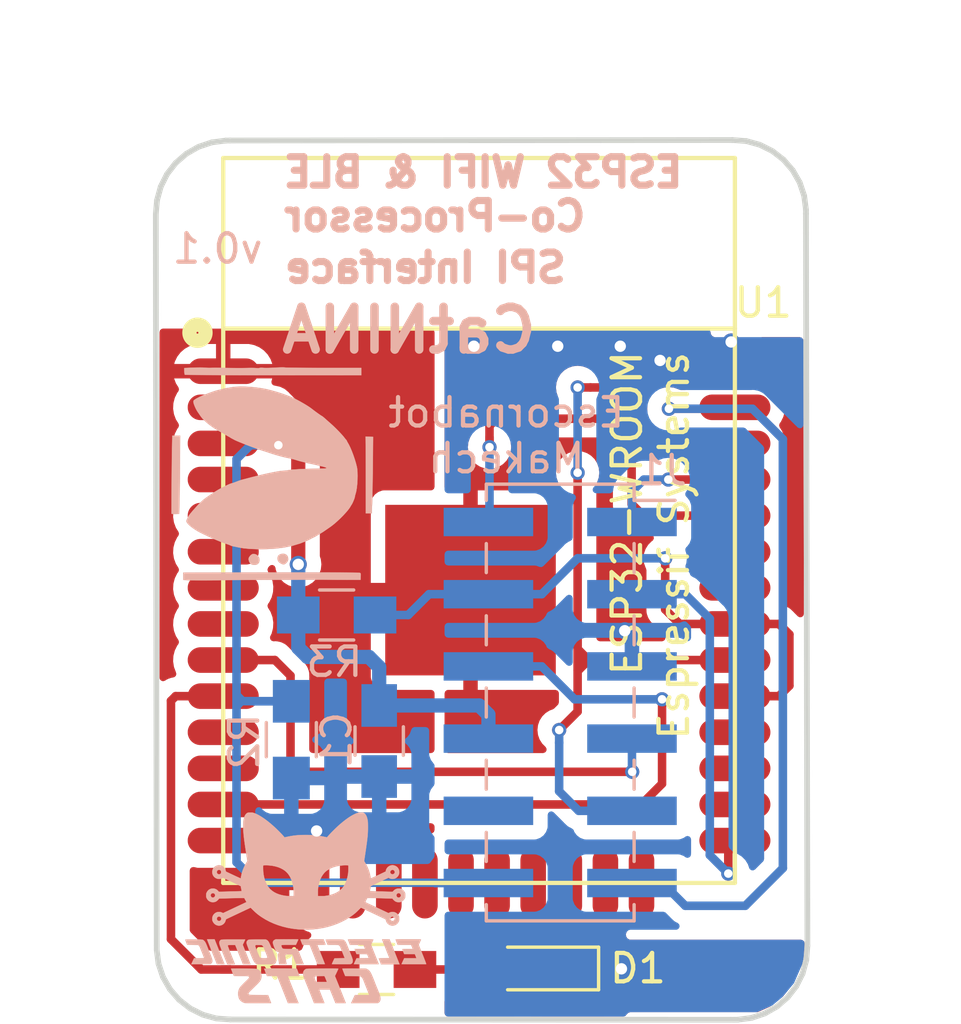
<source format=kicad_pcb>
(kicad_pcb (version 20221018) (generator pcbnew)
  (title_block (title "CatNINA") (date "2019-05-28") (rev "0.1") (company "Electronic Cats") (comment 4 "Andres Sabas"))
  (layers (0 "F.Cu" signal) (31 "B.Cu" signal) (34 "B.Paste" user) (35 "F.Paste" user) (36 "B.SilkS" user "B.Silkscreen") (37 "F.SilkS" user "F.Silkscreen") (38 "B.Mask" user) (39 "F.Mask" user) (44 "Edge.Cuts" user))
  (net 0 "")
  (net 1 "+3V3")
  (net 2 "GND")
  (net 3 "Net-(D1-Pad2)")
  (net 4 "Net-(U1-Pad33)")
  (net 5 "Net-(U1-Pad32)")
  (net 6 "Net-(U1-Pad28)")
  (net 7 "Net-(U1-Pad27)")
  (net 8 "Net-(U1-Pad26)")
  (net 9 "Net-(U1-Pad24)")
  (net 10 "Net-(U1-Pad23)")
  (net 11 "Net-(U1-Pad22)")
  (net 12 "Net-(U1-Pad21)")
  (net 13 "Net-(U1-Pad20)")
  (net 14 "Net-(U1-Pad19)")
  (net 15 "Net-(U1-Pad18)")
  (net 16 "Net-(U1-Pad17)")
  (net 17 "Net-(U1-Pad14)")
  (net 18 "Net-(U1-Pad12)")
  (net 19 "Net-(U1-Pad11)")
  (net 20 "Net-(U1-Pad8)")
  (net 21 "Net-(U1-Pad6)")
  (net 22 "Net-(U1-Pad5)")
  (net 23 "Net-(U1-Pad4)")
  (net 24 "/ESP_GPIO0")
  (net 25 "/ESP_RESET")
  (net 26 "/ESP_TX")
  (net 27 "/ESP_RX")
  (net 28 "/IO25")
  (net 29 "Net-(U1-Pad16)")
  (net 30 "Net-(U1-Pad7)")
  (net 31 "/ESP_CS_RTS")
  (net 32 "/ESP_MOSI_TX")
  (net 33 "/ESP_BUSY_ACK")
  (net 34 "/ESP_SCK_CTS")
  (net 35 "Net-(J1-Pad9)")
  (net 36 "/ESP_MISO_RX")
  (footprint "ESP32-footprints-Lib:ESP32-WROOM" (layer "F.Cu") (at 210.48218 103.12908 180)
    (fp_text reference "U1" (at -9.99744 7.6581 180) (layer "F.SilkS"))
    (fp_text value "ESP32-WROOM")
    (fp_text user "Espressif Systems" (at -6.858 -0.889 270) (layer "F.SilkS"))
    (fp_text user "ESP32-WROOM" (at -5.207 0.254 270) (layer "F.SilkS"))
    (pad "1" smd oval (at 9 5.25 180) (size 2.5 0.9) (layers "F.Cu" "F.Paste" "F.Mask") (net 2 "GND"))
    (pad "2" smd oval (at 9 3.98 180) (size 2.5 0.9) (layers "F.Cu" "F.Paste" "F.Mask") (net 1 "+3V3"))
    (pad "3" smd oval (at 9 2.71 180) (size 2.5 0.9) (layers "F.Cu" "F.Paste" "F.Mask") (net 25 "/ESP_RESET"))
    (pad "4" smd oval (at 9 1.44 180) (size 2.5 0.9) (layers "F.Cu" "F.Paste" "F.Mask") (net 23 "Net-(U1-Pad4)"))
    (pad "5" smd oval (at 9 0.17 180) (size 2.5 0.9) (layers "F.Cu" "F.Paste" "F.Mask") (net 22 "Net-(U1-Pad5)"))
    (pad "6" smd oval (at 9 -1.1 180) (size 2.5 0.9) (layers "F.Cu" "F.Paste" "F.Mask") (net 21 "Net-(U1-Pad6)"))
    (pad "7" smd oval (at 9 -2.37 180) (size 2.5 0.9) (layers "F.Cu" "F.Paste" "F.Mask") (net 30 "Net-(U1-Pad7)"))
    (pad "8" smd oval (at 9 -3.64 180) (size 2.5 0.9) (layers "F.Cu" "F.Paste" "F.Mask") (net 20 "Net-(U1-Pad8)"))
    (pad "9" smd oval (at 9 -4.91 180) (size 2.5 0.9) (layers "F.Cu" "F.Paste" "F.Mask") (net 33 "/ESP_BUSY_ACK"))
    (pad "10" smd oval (at 9 -6.18 180) (size 2.5 0.9) (layers "F.Cu" "F.Paste" "F.Mask") (net 28 "/IO25"))
    (pad "11" smd oval (at 9 -7.45 180) (size 2.5 0.9) (layers "F.Cu" "F.Paste" "F.Mask") (net 19 "Net-(U1-Pad11)"))
    (pad "12" smd oval (at 9 -8.72 180) (size 2.5 0.9) (layers "F.Cu" "F.Paste" "F.Mask") (net 18 "Net-(U1-Pad12)"))
    (pad "13" smd oval (at 9 -9.99 180) (size 2.5 0.9) (layers "F.Cu" "F.Paste" "F.Mask") (net 32 "/ESP_MOSI_TX"))
    (pad "14" smd oval (at 9 -11.26 180) (size 2.5 0.9) (layers "F.Cu" "F.Paste" "F.Mask") (net 17 "Net-(U1-Pad14)"))
    (pad "15" smd oval (at 5.715 -12.75 180) (size 0.9 2.5) (layers "F.Cu" "F.Paste" "F.Mask") (net 2 "GND"))
    (pad "16" smd oval (at 4.445 -12.75 180) (size 0.9 2.5) (layers "F.Cu" "F.Paste" "F.Mask") (net 29 "Net-(U1-Pad16)"))
    (pad "17" smd oval (at 3.175 -12.75 180) (size 0.9 2.5) (layers "F.Cu" "F.Paste" "F.Mask") (net 16 "Net-(U1-Pad17)"))
    (pad "18" smd oval (at 1.905 -12.75 180) (size 0.9 2.5) (layers "F.Cu" "F.Paste" "F.Mask") (net 15 "Net-(U1-Pad18)"))
    (pad "19" smd oval (at 0.635 -12.75 180) (size 0.9 2.5) (layers "F.Cu" "F.Paste" "F.Mask") (net 14 "Net-(U1-Pad19)"))
    (pad "20" smd oval (at -0.635 -12.75 180) (size 0.9 2.5) (layers "F.Cu" "F.Paste" "F.Mask") (net 13 "Net-(U1-Pad20)"))
    (pad "21" smd oval (at -1.905 -12.75 180) (size 0.9 2.5) (layers "F.Cu" "F.Paste" "F.Mask") (net 12 "Net-(U1-Pad21)"))
    (pad "22" smd oval (at -3.175 -12.75 180) (size 0.9 2.5) (layers "F.Cu" "F.Paste" "F.Mask") (net 11 "Net-(U1-Pad22)"))
    (pad "23" smd oval (at -4.445 -12.75 180) (size 0.9 2.5) (layers "F.Cu" "F.Paste" "F.Mask") (net 10 "Net-(U1-Pad23)"))
    (pad "24" smd oval (at -5.715 -12.75 180) (size 0.9 2.5) (layers "F.Cu" "F.Paste" "F.Mask") (net 9 "Net-(U1-Pad24)"))
    (pad "25" smd oval (at -9 -11.26 180) (size 2.5 0.9) (layers "F.Cu" "F.Paste" "F.Mask") (net 24 "/ESP_GPIO0"))
    (pad "26" smd oval (at -9 -9.99 180) (size 2.5 0.9) (layers "F.Cu" "F.Paste" "F.Mask") (net 8 "Net-(U1-Pad26)"))
    (pad "27" smd oval (at -9 -8.72 180) (size 2.5 0.9) (layers "F.Cu" "F.Paste" "F.Mask") (net 7 "Net-(U1-Pad27)"))
    (pad "28" smd oval (at -9 -7.45 180) (size 2.5 0.9) (layers "F.Cu" "F.Paste" "F.Mask") (net 6 "Net-(U1-Pad28)"))
    (pad "29" smd oval (at -9 -6.18 180) (size 2.5 0.9) (layers "F.Cu" "F.Paste" "F.Mask") (net 31 "/ESP_CS_RTS"))
    (pad "30" smd oval (at -9 -4.91 180) (size 2.5 0.9) (layers "F.Cu" "F.Paste" "F.Mask") (net 34 "/ESP_SCK_CTS"))
    (pad "31" smd oval (at -9 -3.64 180) (size 2.5 0.9) (layers "F.Cu" "F.Paste" "F.Mask") (net 31 "/ESP_CS_RTS"))
    (pad "32" smd oval (at -9 -2.37 180) (size 2.5 0.9) (layers "F.Cu" "F.Paste" "F.Mask") (net 5 "Net-(U1-Pad32)"))
    (pad "33" smd oval (at -9 -1.1 180) (size 2.5 0.9) (layers "F.Cu" "F.Paste" "F.Mask") (net 4 "Net-(U1-Pad33)"))
    (pad "34" smd oval (at -9 0.17 180) (size 2.5 0.9) (layers "F.Cu" "F.Paste" "F.Mask") (net 27 "/ESP_RX"))
    (pad "35" smd oval (at -9 1.44 180) (size 2.5 0.9) (layers "F.Cu" "F.Paste" "F.Mask") (net 26 "/ESP_TX"))
    (pad "36" smd oval (at -9 2.71 180) (size 2.5 0.9) (layers "F.Cu" "F.Paste" "F.Mask") (net 34 "/ESP_SCK_CTS"))
    (pad "37" smd oval (at -9 3.98 180) (size 2.5 0.9) (layers "F.Cu" "F.Paste" "F.Mask") (net 36 "/ESP_MISO_RX"))
    (pad "38" smd oval (at -9 5.25 180) (size 2.5 0.9) (layers "F.Cu" "F.Paste" "F.Mask") (net 2 "GND"))
    (pad "39" smd rect (at 0.3 -2.45 180) (size 6 6) (layers "F.Cu" "F.Paste" "F.Mask") (net 2 "GND"))
  )
  (footprint "Resistors_SMD:R_0805_HandSoldering" (layer "F.Cu") (at 206.87666 118.9228)
    (fp_text reference "R1" (at -3.3998 -0.1651) (layer "F.SilkS"))
    (fp_text value "330")
    (pad "1" smd rect (at -1.35 0) (size 1.5 1.3) (layers "F.Cu" "F.Paste" "F.Mask") (net 28 "/IO25"))
    (pad "2" smd rect (at 1.35 0) (size 1.5 1.3) (layers "F.Cu" "F.Paste" "F.Mask") (net 3 "Net-(D1-Pad2)"))
  )
  (footprint "LEDs:LED_0805_HandSoldering" (layer "F.Cu") (at 212.48752 118.88724 180)
    (fp_text reference "D1" (at -3.58266 0.00254 180) (layer "F.SilkS"))
    (fp_text value "LED")
    (pad "1" smd rect (at -1.35 0 180) (size 1.5 1.3) (layers "F.Cu" "F.Paste" "F.Mask") (net 2 "GND"))
    (pad "2" smd rect (at 1.35 0 180) (size 1.5 1.3) (layers "F.Cu" "F.Paste" "F.Mask") (net 3 "Net-(D1-Pad2)"))
  )
  (footprint "Aesthetics:electronic_cats_logo_8x6" (layer "B.Cu") (at 204.38618 116.75618 180)
    (fp_text reference "G***" hide)
    (fp_text value "LOGO" hide)
  )
  (footprint "Aesthetics:escornabot_8x8" (layer "B.Cu") (at 203.21778 101.43236 180)
    (fp_text reference "G***" hide)
    (fp_text value "LOGO" hide)
  )
  (footprint "Capacitors_SMD:C_0805_HandSoldering" (layer "B.Cu") (at 206.96936 110.88656 -90)
    (fp_text reference "C1" (at -0.03842 1.4986 90) (layer "B.SilkS") (effects (justify mirror)))
    (fp_text value "0.1uF")
    (pad "1" smd rect (at -1.25 0 270) (size 1.5 1.25) (layers "B.Cu" "B.Paste" "B.Mask") (net 1 "+3V3"))
    (pad "2" smd rect (at 1.25 0 270) (size 1.5 1.25) (layers "B.Cu" "B.Paste" "B.Mask") (net 2 "GND"))
  )
  (footprint "Resistors_SMD:R_0805_HandSoldering" (layer "B.Cu") (at 203.87818 110.83924 -90)
    (fp_text reference "R2" (at 0.06732 1.65608 270) (layer "B.SilkS") (effects (justify mirror)))
    (fp_text value "10k")
    (pad "1" smd rect (at -1.35 0 270) (size 1.5 1.3) (layers "B.Cu" "B.Paste" "B.Mask") (net 25 "/ESP_RESET"))
    (pad "2" smd rect (at 1.35 0 270) (size 1.5 1.3) (layers "B.Cu" "B.Paste" "B.Mask") (net 2 "GND"))
  )
  (footprint "Resistors_SMD:R_0805_HandSoldering" (layer "B.Cu") (at 205.47202 106.45394)
    (fp_text reference "R3" (at -0.08 1.651) (layer "B.SilkS") (effects (justify mirror)))
    (fp_text value "10K")
    (pad "1" smd rect (at -1.35 0) (size 1.5 1.3) (layers "B.Cu" "B.Paste" "B.Mask") (net 1 "+3V3"))
    (pad "2" smd rect (at 1.35 0) (size 1.5 1.3) (layers "B.Cu" "B.Paste" "B.Mask") (net 31 "/ESP_CS_RTS"))
  )
  (footprint "Connector_PinHeader_2.54mm:PinHeader_2x06_P2.54mm_Vertical_SMD" (layer "B.Cu") (at 213.3369 109.53242 180)
    (fp_text reference "J1" (at -3.58902 8.1661 180) (layer "B.SilkS") (effects (justify mirror)))
    (fp_text value "Conn_02x06_Top_Bottom")
    (pad "1" smd rect (at 2.525 6.35 180) (size 3.15 1) (layers "B.Cu" "B.Paste" "B.Mask") (net 27 "/ESP_RX"))
    (pad "2" smd rect (at -2.525 6.35 180) (size 3.15 1) (layers "B.Cu" "B.Paste" "B.Mask") (net 26 "/ESP_TX"))
    (pad "3" smd rect (at 2.525 3.81 180) (size 3.15 1) (layers "B.Cu" "B.Paste" "B.Mask") (net 31 "/ESP_CS_RTS"))
    (pad "4" smd rect (at -2.525 3.81 180) (size 3.15 1) (layers "B.Cu" "B.Paste" "B.Mask") (net 24 "/ESP_GPIO0"))
    (pad "5" smd rect (at 2.525 1.27 180) (size 3.15 1) (layers "B.Cu" "B.Paste" "B.Mask") (net 32 "/ESP_MOSI_TX"))
    (pad "6" smd rect (at -2.525 1.27 180) (size 3.15 1) (layers "B.Cu" "B.Paste" "B.Mask") (net 2 "GND"))
    (pad "7" smd rect (at 2.525 -1.27 180) (size 3.15 1) (layers "B.Cu" "B.Paste" "B.Mask") (net 1 "+3V3"))
    (pad "8" smd rect (at -2.525 -1.27 180) (size 3.15 1) (layers "B.Cu" "B.Paste" "B.Mask") (net 33 "/ESP_BUSY_ACK"))
    (pad "9" smd rect (at 2.525 -3.81 180) (size 3.15 1) (layers "B.Cu" "B.Paste" "B.Mask") (net 35 "Net-(J1-Pad9)"))
    (pad "10" smd rect (at -2.525 -3.81 180) (size 3.15 1) (layers "B.Cu" "B.Paste" "B.Mask") (net 34 "/ESP_SCK_CTS"))
    (pad "11" smd rect (at 2.525 -6.35 180) (size 3.15 1) (layers "B.Cu" "B.Paste" "B.Mask") (net 25 "/ESP_RESET"))
    (pad "12" smd rect (at -2.525 -6.35 180) (size 3.15 1) (layers "B.Cu" "B.Paste" "B.Mask") (net 36 "/ESP_MISO_RX"))
  )
  (gr_line (start 221.51586 90.81058) (end 221.19286 90.43808) (stroke (width 0.2)) (layer "Edge.Cuts"))
  (gr_line (start 221.98286 92.19878) (end 221.91886 91.70668) (stroke (width 0.2)) (layer "Edge.Cuts"))
  (gr_line (start 219.38886 89.74698) (end 201.72172 89.7636) (stroke (width 0.2)) (layer "Edge.Cuts"))
  (gr_line (start 221.98286 92.33928) (end 221.98286 92.19878) (stroke (width 0.2)) (layer "Edge.Cuts"))
  (gr_line (start 221.19286 90.43808) (end 220.80286 90.13558) (stroke (width 0.2)) (layer "Edge.Cuts"))
  (gr_line (start 220.36086 89.91458) (end 219.88586 89.78348) (stroke (width 0.2)) (layer "Edge.Cuts"))
  (gr_line (start 222.0341 118.08714) (end 221.98286 92.33928) (stroke (width 0.2)) (layer "Edge.Cuts"))
  (gr_line (start 219.88586 89.78348) (end 219.38886 89.74698) (stroke (width 0.2)) (layer "Edge.Cuts"))
  (gr_line (start 220.80286 90.13558) (end 220.36086 89.91458) (stroke (width 0.2)) (layer "Edge.Cuts"))
  (gr_line (start 221.91886 91.70668) (end 221.76186 91.23888) (stroke (width 0.2)) (layer "Edge.Cuts"))
  (gr_line (start 221.76186 91.23888) (end 221.51586 90.81058) (stroke (width 0.2)) (layer "Edge.Cuts"))
  (gr_line (start 220.0707 120.6262) (end 220.5385 120.4692) (stroke (width 0.2)) (layer "Edge.Cuts"))
  (gr_line (start 200.60874 89.98758) (end 200.18044 90.23358) (stroke (width 0.2)) (layer "Edge.Cuts"))
  (gr_line (start 199.14152 118.23006) (end 199.20552 118.72216) (stroke (width 0.2)) (layer "Edge.Cuts"))
  (gr_line (start 199.50544 90.94658) (end 199.28444 91.38858) (stroke (width 0.2)) (layer "Edge.Cuts"))
  (gr_line (start 201.72172 89.7636) (end 201.56864 89.76658) (stroke (width 0.2)) (layer "Edge.Cuts"))
  (gr_line (start 199.20552 118.72216) (end 199.36252 119.18996) (stroke (width 0.2)) (layer "Edge.Cuts"))
  (gr_line (start 219.44838 120.69064) (end 219.5786 120.6902) (stroke (width 0.2)) (layer "Edge.Cuts"))
  (gr_line (start 199.28444 91.38858) (end 199.15334 91.86358) (stroke (width 0.2)) (layer "Edge.Cuts"))
  (gr_line (start 200.76352 120.51426) (end 201.23852 120.64536) (stroke (width 0.2)) (layer "Edge.Cuts"))
  (gr_line (start 201.23852 120.64536) (end 201.73552 120.68186) (stroke (width 0.2)) (layer "Edge.Cuts"))
  (gr_line (start 201.56864 89.76658) (end 201.07654 89.83058) (stroke (width 0.2)) (layer "Edge.Cuts"))
  (gr_line (start 199.36252 119.18996) (end 199.60852 119.61826) (stroke (width 0.2)) (layer "Edge.Cuts"))
  (gr_line (start 200.32152 120.29326) (end 200.76352 120.51426) (stroke (width 0.2)) (layer "Edge.Cuts"))
  (gr_line (start 199.93152 119.99076) (end 200.32152 120.29326) (stroke (width 0.2)) (layer "Edge.Cuts"))
  (gr_line (start 199.60852 119.61826) (end 199.93152 119.99076) (stroke (width 0.2)) (layer "Edge.Cuts"))
  (gr_line (start 220.5385 120.4692) (end 220.9668 120.2232) (stroke (width 0.2)) (layer "Edge.Cuts"))
  (gr_line (start 221.6418 119.5102) (end 221.8628 119.0682) (stroke (width 0.2)) (layer "Edge.Cuts"))
  (gr_line (start 201.07654 89.83058) (end 200.60874 89.98758) (stroke (width 0.2)) (layer "Edge.Cuts"))
  (gr_line (start 221.3393 119.9002) (end 221.6418 119.5102) (stroke (width 0.2)) (layer "Edge.Cuts"))
  (gr_line (start 199.14152 118.08956) (end 199.14152 118.23006) (stroke (width 0.2)) (layer "Edge.Cuts"))
  (gr_line (start 221.9939 118.5932) (end 222.0341 118.08714) (stroke (width 0.2)) (layer "Edge.Cuts"))
  (gr_line (start 201.73552 120.68186) (end 219.44838 120.69064) (stroke (width 0.2)) (layer "Edge.Cuts"))
  (gr_line (start 219.5786 120.6902) (end 220.0707 120.6262) (stroke (width 0.2)) (layer "Edge.Cuts"))
  (gr_line (start 221.8628 119.0682) (end 221.9939 118.5932) (stroke (width 0.2)) (layer "Edge.Cuts"))
  (gr_line (start 199.80794 90.55658) (end 199.50544 90.94658) (stroke (width 0.2)) (layer "Edge.Cuts"))
  (gr_line (start 200.18044 90.23358) (end 199.80794 90.55658) (stroke (width 0.2)) (layer "Edge.Cuts"))
  (gr_line (start 220.9668 120.2232) (end 221.3393 119.9002) (stroke (width 0.2)) (layer "Edge.Cuts"))
  (gr_line (start 199.15334 91.86358) (end 199.1106 92.35948) (stroke (width 0.2)) (layer "Edge.Cuts"))
  (gr_line (start 199.1106 92.35948) (end 199.14152 118.08956) (stroke (width 0.2)) (layer "Edge.Cuts"))
  (gr_text "Co-Processor" (at 208.92516 92.42552) (layer "B.SilkS") (effects (font (size 1 1) (thickness 0.25)) (justify mirror)))
  (gr_text "ESP32 WIFI & BLE" (at 210.62442 90.88374) (layer "B.SilkS") (effects (font (size 1 1) (thickness 0.25)) (justify mirror)))
  (gr_text "CatNINA" (at 208.01838 96.43618) (layer "B.SilkS") (effects (font (size 1.5 1.5) (thickness 0.3)) (justify mirror)))
  (gr_text "Escornabot\nMakech" (at 211.4423 100.1395) (layer "B.SilkS") (effects (font (size 1 1)) (justify mirror)))
  (gr_text "v0.1" (at 201.28484 93.57106) (layer "B.SilkS") (effects (font (size 1 1)) (justify mirror)))
  (gr_text "SPI Interface" (at 208.59242 94.23908) (layer "B.SilkS") (effects (font (size 1 1) (thickness 0.25)) (justify mirror)))
  (segment (start 203.23218 99.14908) (end 204.12202 100.03892) (width 0.5) (layer "F.Cu") (net 1))
  (segment (start 204.12202 100.03892) (end 204.12202 104.6734) (width 0.5) (layer "F.Cu") (net 1))
  (segment (start 201.48218 99.14908) (end 203.23218 99.14908) (width 0.5) (layer "F.Cu") (net 1))
  (via (at 204.12202 104.6734) (size 0.6) (drill 0.4) (layers "F.Cu" "B.Cu") (net 1))
  (segment (start 204.44776 107.92968) (end 206.60868 107.92968) (width 0.5) (layer "B.Cu") (net 1))
  (segment (start 210.8119 109.9612) (end 210.48726 109.63656) (width 0.5) (layer "B.Cu") (net 1))
  (segment (start 210.48726 109.63656) (end 206.96936 109.63656) (width 0.5) (layer "B.Cu") (net 1))
  (segment (start 204.12202 104.6734) (end 204.12202 106.45394) (width 0.5) (layer "B.Cu") (net 1))
  (segment (start 206.96936 108.29036) (end 206.96936 109.63656) (width 0.5) (layer "B.Cu") (net 1))
  (segment (start 210.8119 110.80242) (end 210.8119 109.9612) (width 0.5) (layer "B.Cu") (net 1))
  (segment (start 204.12202 106.45394) (end 204.12202 107.60394) (width 0.5) (layer "B.Cu") (net 1))
  (segment (start 206.60868 107.92968) (end 206.96936 108.29036) (width 0.5) (layer "B.Cu") (net 1))
  (segment (start 204.12202 107.60394) (end 204.44776 107.92968) (width 0.5) (layer "B.Cu") (net 1))
  (segment (start 213.83752 118.88724) (end 215.47836 118.88724) (width 0.5) (layer "F.Cu") (net 2))
  (segment (start 215.47836 118.88724) (end 215.49106 118.89994) (width 0.5) (layer "F.Cu") (net 2))
  (segment (start 217.22908 97.87908) (end 216.85 97.5) (width 0.5) (layer "F.Cu") (net 2))
  (segment (start 219.48218 97.87908) (end 217.22908 97.87908) (width 0.5) (layer "F.Cu") (net 2))
  (segment (start 204.76718 115.87908) (end 204.76718 114.05108) (width 0.5) (layer "F.Cu") (net 2))
  (segment (start 213.25 97) (end 210.3 97) (width 0.5) (layer "F.Cu") (net 2))
  (segment (start 216.85 97.5) (end 215.95 97.5) (width 0.5) (layer "F.Cu") (net 2))
  (segment (start 215.95 97.5) (end 215.45 97) (width 0.5) (layer "F.Cu") (net 2))
  (via (at 215.49106 118.89994) (size 0.6) (drill 0.4) (layers "F.Cu" "B.Cu") (net 2))
  (via (at 210.3 97) (size 0.6) (drill 0.4) (layers "F.Cu" "B.Cu") (net 2))
  (via (at 216.85 97.5) (size 0.6) (drill 0.4) (layers "F.Cu" "B.Cu") (net 2))
  (via (at 215.45 97) (size 0.6) (drill 0.4) (layers "F.Cu" "B.Cu") (net 2))
  (via (at 213.25 97) (size 0.6) (drill 0.4) (layers "F.Cu" "B.Cu") (net 2))
  (via (at 219.35 96.85) (size 0.6) (drill 0.4) (layers "F.Cu" "B.Cu") (net 2))
  (via (at 215.60714 107.00766) (size 0.6) (drill 0.4) (layers "F.Cu" "B.Cu") (net 2))
  (via (at 204.76718 114.05108) (size 0.6) (drill 0.4) (layers "F.Cu" "B.Cu") (net 2))
  (segment (start 214.60968 107.00766) (end 215.60714 107.00766) (width 0.5) (layer "B.Cu") (net 2))
  (segment (start 215.8619 108.26242) (end 215.8619 107.26242) (width 0.5) (layer "B.Cu") (net 2))
  (segment (start 216.85 97.5) (end 218.7 97.5) (width 0.5) (layer "B.Cu") (net 2))
  (segment (start 218.7 97.5) (end 219.35 96.85) (width 0.5) (layer "B.Cu") (net 2))
  (segment (start 215.8619 107.26242) (end 215.60714 107.00766) (width 0.5) (layer "B.Cu") (net 2))
  (segment (start 215.45 97) (end 213.25 97) (width 0.5) (layer "B.Cu") (net 2))
  (segment (start 208.22666 118.9228) (end 211.10196 118.9228) (width 0.3) (layer "F.Cu") (net 3))
  (segment (start 211.10196 118.9228) (end 211.13752 118.88724) (width 0.3) (layer "F.Cu") (net 3))
  (segment (start 219.25 114.62126) (end 219.48218 114.38908) (width 0.3) (layer "F.Cu") (net 24))
  (segment (start 219.25 115.55) (end 219.25 114.62126) (width 0.3) (layer "F.Cu") (net 24))
  (via (at 219.25 115.55) (size 0.5) (drill 0.3) (layers "F.Cu" "B.Cu") (net 24))
  (segment (start 217.7369 105.72242) (end 218.6 106.58552) (width 0.3) (layer "B.Cu") (net 24))
  (segment (start 218.6 114.9) (end 219.25 115.55) (width 0.3) (layer "B.Cu") (net 24))
  (segment (start 215.8619 105.72242) (end 217.7369 105.72242) (width 0.3) (layer "B.Cu") (net 24))
  (segment (start 218.6 106.58552) (end 218.6 114.9) (width 0.3) (layer "B.Cu") (net 24))
  (segment (start 203.42202 100.48) (end 201.5431 100.48) (width 0.3) (layer "F.Cu") (net 25))
  (segment (start 201.5431 100.48) (end 201.48218 100.41908) (width 0.3) (layer "F.Cu") (net 25))
  (via (at 203.42202 100.48) (size 0.5) (drill 0.3) (layers "F.Cu" "B.Cu") (net 25))
  (segment (start 201.95032 109.48416) (end 201.95032 109.19714) (width 0.3) (layer "B.Cu") (net 25))
  (segment (start 203.3041 109.48416) (end 202.55484 109.48416) (width 0.3) (layer "B.Cu") (net 25))
  (segment (start 202.16368 109.48416) (end 201.95032 109.48416) (width 0.3) (layer "B.Cu") (net 25))
  (segment (start 201.95032 109.65688) (end 201.95032 109.48416) (width 0.3) (layer "B.Cu") (net 25))
  (segment (start 201.95032 109.2708) (end 202.16368 109.48416) (width 0.3) (layer "B.Cu") (net 25))
  (segment (start 203.30664 109.48162) (end 203.3041 109.48416) (width 0.3) (layer "B.Cu") (net 25))
  (segment (start 203.87818 109.48924) (end 202.55992 109.48924) (width 0.3) (layer "B.Cu") (net 25))
  (segment (start 210.8119 115.88242) (end 208.9369 115.88242) (width 0.3) (layer "B.Cu") (net 25))
  (segment (start 201.95032 109.48416) (end 201.95032 100.96968) (width 0.3) (layer "B.Cu") (net 25))
  (segment (start 202.55484 109.48416) (end 202.16368 109.48416) (width 0.3) (layer "B.Cu") (net 25))
  (segment (start 202.55992 109.48924) (end 202.55484 109.48416) (width 0.3) (layer "B.Cu") (net 25))
  (segment (start 208.9369 115.88242) (end 208.92674 115.87226) (width 0.3) (layer "B.Cu") (net 25))
  (segment (start 208.92674 115.87226) (end 202.67168 115.87226) (width 0.3) (layer "B.Cu") (net 25))
  (segment (start 202.67168 115.87226) (end 201.95032 115.1509) (width 0.3) (layer "B.Cu") (net 25))
  (segment (start 202.16368 109.48416) (end 202.12304 109.48416) (width 0.3) (layer "B.Cu") (net 25))
  (segment (start 202.12304 109.48416) (end 201.95032 109.65688) (width 0.3) (layer "B.Cu") (net 25))
  (segment (start 201.95032 100.96968) (end 202.44 100.48) (width 0.3) (layer "B.Cu") (net 25))
  (segment (start 201.95032 109.19714) (end 201.95032 109.2708) (width 0.3) (layer "B.Cu") (net 25))
  (segment (start 201.95032 115.1509) (end 201.95032 109.65688) (width 0.3) (layer "B.Cu") (net 25))
  (segment (start 202.44 100.48) (end 203.42202 100.48) (width 0.3) (layer "B.Cu") (net 25))
  (segment (start 219.48218 101.68908) (end 217.14092 101.68908) (width 0.3) (layer "F.Cu") (net 26))
  (segment (start 217.14092 101.68908) (end 217.14 101.69) (width 0.3) (layer "F.Cu") (net 26))
  (via (at 217.14 101.69) (size 0.5) (drill 0.3) (layers "F.Cu" "B.Cu") (net 26))
  (segment (start 216.28 101.69) (end 215.8619 102.1081) (width 0.3) (layer "B.Cu") (net 26))
  (segment (start 217.14 101.69) (end 216.28 101.69) (width 0.3) (layer "B.Cu") (net 26))
  (segment (start 215.8619 102.1081) (end 215.8619 103.18242) (width 0.3) (layer "B.Cu") (net 26))
  (segment (start 212.2 99.55) (end 211.7 99.55) (width 0.3) (layer "F.Cu") (net 27))
  (segment (start 216.25908 102.95908) (end 215.85 102.55) (width 0.3) (layer "F.Cu") (net 27))
  (segment (start 215.2 99.55) (end 212.2 99.55) (width 0.3) (layer "F.Cu") (net 27))
  (segment (start 210.85 100.55) (end 210.85 100.196447) (width 0.3) (layer "F.Cu") (net 27))
  (segment (start 211.1 99.55) (end 211.7 99.55) (width 0.3) (layer "F.Cu") (net 27))
  (segment (start 219.48218 102.95908) (end 216.25908 102.95908) (width 0.3) (layer "F.Cu") (net 27))
  (segment (start 210.85 99.8) (end 211.1 99.55) (width 0.3) (layer "F.Cu") (net 27))
  (segment (start 215.85 100.2) (end 215.2 99.55) (width 0.3) (layer "F.Cu") (net 27))
  (segment (start 211.496447 99.55) (end 212.2 99.55) (width 0.3) (layer "F.Cu") (net 27))
  (segment (start 210.85 100.55) (end 210.85 99.8) (width 0.3) (layer "F.Cu") (net 27))
  (segment (start 215.85 102.55) (end 215.85 100.2) (width 0.3) (layer "F.Cu") (net 27))
  (segment (start 211.7 99.55) (end 211.4 99.55) (width 0.3) (layer "F.Cu") (net 27))
  (via (at 210.85 100.55) (size 0.5) (drill 0.3) (layers "F.Cu" "B.Cu") (net 27))
  (segment (start 210.85 100.55) (end 210.85 103.14432) (width 0.3) (layer "B.Cu") (net 27))
  (segment (start 210.85 103.14432) (end 210.8119 103.18242) (width 0.3) (layer "B.Cu") (net 27))
  (segment (start 199.644 117.856) (end 200.7108 118.9228) (width 0.3) (layer "F.Cu") (net 28))
  (segment (start 199.644 109.474001) (end 199.644 117.856) (width 0.3) (layer "F.Cu") (net 28))
  (segment (start 201.48218 109.30908) (end 199.808922 109.30908) (width 0.3) (layer "F.Cu") (net 28))
  (segment (start 201.7268 118.9228) (end 201.4228 118.9228) (width 0.3) (layer "F.Cu") (net 28))
  (segment (start 200.7108 118.9228) (end 201.7268 118.9228) (width 0.3) (layer "F.Cu") (net 28))
  (segment (start 205.52666 118.9228) (end 201.7268 118.9228) (width 0.3) (layer "F.Cu") (net 28))
  (segment (start 199.808922 109.30908) (end 199.644 109.474001) (width 0.3) (layer "F.Cu") (net 28))
  (segment (start 221.03218 106.76908) (end 219.48218 106.76908) (width 0.3) (layer "F.Cu") (net 31))
  (segment (start 221.03218 109.30908) (end 221.4 108.94126) (width 0.3) (layer "F.Cu") (net 31))
  (segment (start 217.03 104.46) (end 217.03 106.26) (width 0.3) (layer "F.Cu") (net 31))
  (segment (start 217.53908 106.76908) (end 219.48218 106.76908) (width 0.3) (layer "F.Cu") (net 31))
  (segment (start 221.4 108.94126) (end 221.4 107.1369) (width 0.3) (layer "F.Cu") (net 31))
  (segment (start 217.03 106.26) (end 217.53908 106.76908) (width 0.3) (layer "F.Cu") (net 31))
  (segment (start 221.4 107.1369) (end 221.03218 106.76908) (width 0.3) (layer "F.Cu") (net 31))
  (segment (start 219.48218 109.30908) (end 221.03218 109.30908) (width 0.3) (layer "F.Cu") (net 31))
  (via (at 217.03 104.46) (size 0.5) (drill 0.3) (layers "F.Cu" "B.Cu") (net 31))
  (segment (start 210.8119 105.72242) (end 212.6869 105.72242) (width 0.3) (layer "B.Cu") (net 31))
  (segment (start 208.72196 105.72242) (end 210.8119 105.72242) (width 0.3) (layer "B.Cu") (net 31))
  (segment (start 212.6869 105.72242) (end 213.94932 104.46) (width 0.3) (layer "B.Cu") (net 31))
  (segment (start 206.82202 106.45394) (end 207.99044 106.45394) (width 0.3) (layer "B.Cu") (net 31))
  (segment (start 213.94932 104.46) (end 217.03 104.46) (width 0.3) (layer "B.Cu") (net 31))
  (segment (start 207.99044 106.45394) (end 208.72196 105.72242) (width 0.3) (layer "B.Cu") (net 31))
  (segment (start 201.48218 113.11908) (end 216.19092 113.11908) (width 0.3) (layer "F.Cu") (net 32))
  (segment (start 216.92 109.61) (end 216.92 109.42) (width 0.3) (layer "F.Cu") (net 32))
  (segment (start 216.92 112.39) (end 216.92 109.61) (width 0.3) (layer "F.Cu") (net 32))
  (segment (start 216.19092 113.11908) (end 216.92 112.39) (width 0.3) (layer "F.Cu") (net 32))
  (via (at 216.92 109.42) (size 0.5) (drill 0.3) (layers "F.Cu" "B.Cu") (net 32))
  (segment (start 212.6869 108.26242) (end 210.8119 108.26242) (width 0.3) (layer "B.Cu") (net 32))
  (segment (start 213.84448 109.42) (end 212.6869 108.26242) (width 0.3) (layer "B.Cu") (net 32))
  (segment (start 216.92 109.42) (end 213.84448 109.42) (width 0.3) (layer "B.Cu") (net 32))
  (segment (start 204.3 111.97) (end 203.85 111.52) (width 0.3) (layer "F.Cu") (net 33))
  (segment (start 215.87 111.97) (end 204.3 111.97) (width 0.3) (layer "F.Cu") (net 33))
  (segment (start 203.85 108.59) (end 203.29908 108.03908) (width 0.3) (layer "F.Cu") (net 33))
  (segment (start 203.85 111.52) (end 203.85 108.59) (width 0.3) (layer "F.Cu") (net 33))
  (segment (start 203.29908 108.03908) (end 201.48218 108.03908) (width 0.3) (layer "F.Cu") (net 33))
  (via (at 215.87 111.97) (size 0.5) (drill 0.3) (layers "F.Cu" "B.Cu") (net 33))
  (segment (start 215.8619 111.9619) (end 215.87 111.97) (width 0.3) (layer "B.Cu") (net 33))
  (segment (start 215.8619 110.80242) (end 215.8619 111.9619) (width 0.3) (layer "B.Cu") (net 33))
  (segment (start 214.33908 108.03908) (end 214.06092 108.03908) (width 0.3) (layer "F.Cu") (net 34))
  (segment (start 215.9 98.45) (end 214.4 98.45) (width 0.3) (layer "F.Cu") (net 34))
  (segment (start 213.97816 108.4) (end 214.33908 108.03908) (width 0.3) (layer "F.Cu") (net 34))
  (segment (start 214.33908 108.03908) (end 213.95 107.65) (width 0.3) (layer "F.Cu") (net 34))
  (segment (start 213.95 109.85) (end 213.3 110.5) (width 0.3) (layer "F.Cu") (net 34))
  (segment (start 213.95 106.95) (end 213.95 101.45) (width 0.3) (layer "F.Cu") (net 34))
  (segment (start 216.76908 100.41908) (end 216.25 99.9) (width 0.3) (layer "F.Cu") (net 34))
  (segment (start 219.48218 108.03908) (end 214.33908 108.03908) (width 0.3) (layer "F.Cu") (net 34))
  (segment (start 214.4 98.45) (end 213.95 98.45) (width 0.3) (layer "F.Cu") (net 34))
  (segment (start 214.06092 108.03908) (end 213.95 108.15) (width 0.3) (layer "F.Cu") (net 34))
  (segment (start 219.48218 100.41908) (end 216.76908 100.41908) (width 0.3) (layer "F.Cu") (net 34))
  (segment (start 216.25 99.9) (end 216.25 98.8) (width 0.3) (layer "F.Cu") (net 34))
  (segment (start 213.95 106.95) (end 213.95 108.15) (width 0.3) (layer "F.Cu") (net 34))
  (segment (start 213.95 108.4) (end 213.95 109.85) (width 0.3) (layer "F.Cu") (net 34))
  (segment (start 213.95 108.4) (end 213.97816 108.4) (width 0.3) (layer "F.Cu") (net 34))
  (segment (start 213.95 107.65) (end 213.95 106.95) (width 0.3) (layer "F.Cu") (net 34))
  (segment (start 213.95 108.15) (end 213.95 108.4) (width 0.3) (layer "F.Cu") (net 34))
  (segment (start 216.25 98.8) (end 215.9 98.45) (width 0.3) (layer "F.Cu") (net 34))
  (via (at 213.95 101.45) (size 0.5) (drill 0.3) (layers "F.Cu" "B.Cu") (net 34))
  (via (at 213.3 110.5) (size 0.5) (drill 0.3) (layers "F.Cu" "B.Cu") (net 34))
  (via (at 213.95 98.45) (size 0.5) (drill 0.3) (layers "F.Cu" "B.Cu") (net 34))
  (segment (start 213.95 98.45) (end 213.95 101.45) (width 0.3) (layer "B.Cu") (net 34))
  (segment (start 215.8619 113.34242) (end 213.9869 113.34242) (width 0.3) (layer "B.Cu") (net 34))
  (segment (start 213.3 110.945522) (end 213.3 110.5) (width 0.3) (layer "B.Cu") (net 34))
  (segment (start 213.3 112.65552) (end 213.3 110.945522) (width 0.3) (layer "B.Cu") (net 34))
  (segment (start 213.9869 113.34242) (end 213.3 112.65552) (width 0.3) (layer "B.Cu") (net 34))
  (segment (start 217.16 99.2) (end 219.43126 99.2) (width 0.3) (layer "F.Cu") (net 36))
  (segment (start 219.43126 99.2) (end 219.48218 99.14908) (width 0.3) (layer "F.Cu") (net 36))
  (via (at 217.16 99.2) (size 0.5) (drill 0.3) (layers "F.Cu" "B.Cu") (net 36))
  (segment (start 219.84758 116.68242) (end 221.17 115.36) (width 0.3) (layer "B.Cu") (net 36))
  (segment (start 220.1 99.2) (end 217.16 99.2) (width 0.3) (layer "B.Cu") (net 36))
  (segment (start 221.17 100.27) (end 220.1 99.2) (width 0.3) (layer "B.Cu") (net 36))
  (segment (start 215.8619 115.88242) (end 216.9369 115.88242) (width 0.3) (layer "B.Cu") (net 36))
  (segment (start 216.9369 115.88242) (end 217.7369 116.68242) (width 0.3) (layer "B.Cu") (net 36))
  (segment (start 217.7369 116.68242) (end 219.84758 116.68242) (width 0.3) (layer "B.Cu") (net 36))
  (segment (start 221.17 115.36) (end 221.17 100.27) (width 0.3) (layer "B.Cu") (net 36))
  (zone (net 2) (net_name "GND") (layer "F.Cu") (connect_pads (clearance 0.508)) (min_thickness 0.254) (fill yes (thermal_gap 0.508) (thermal_bridge_width 0.508))
    (polygon (pts (xy 199.031848 96.378316) (xy 221.896928 96.406256) (xy 221.968048 118.133416) (xy 221.848668 118.735396) (xy 221.548948 119.395796) (xy 221.180648 119.868236) (xy 220.708208 120.236536) (xy 220.228148 120.449896) (xy 219.481388 120.579436) (xy 201.312768 120.576896) (xy 200.830168 120.477836) (xy 200.378048 120.218756) (xy 199.651608 119.647256) (xy 199.301088 119.093536) (xy 199.080108 118.461076) (xy 199.034388 117.820996)))
  )
  (zone (net 2) (net_name "GND") (layer "B.Cu") (connect_pads (clearance 0.508)) (min_thickness 0.254) (fill yes (thermal_gap 0.508) (thermal_bridge_width 0.508))
    (polygon (pts (xy 199.041275 96.373435) (xy 221.908895 96.406455) (xy 221.990175 118.113295) (xy 221.853015 118.733055) (xy 221.560915 119.406155) (xy 221.157055 119.891295) (xy 220.798915 120.188475) (xy 220.262975 120.427235) (xy 219.500975 120.579635) (xy 218.982815 120.579635) (xy 201.324735 120.582175) (xy 200.864995 120.480575) (xy 200.412875 120.201175) (xy 199.661035 119.634755) (xy 199.328295 119.078495) (xy 199.094615 118.456195) (xy 199.064135 117.795795)))
  )
)
</source>
